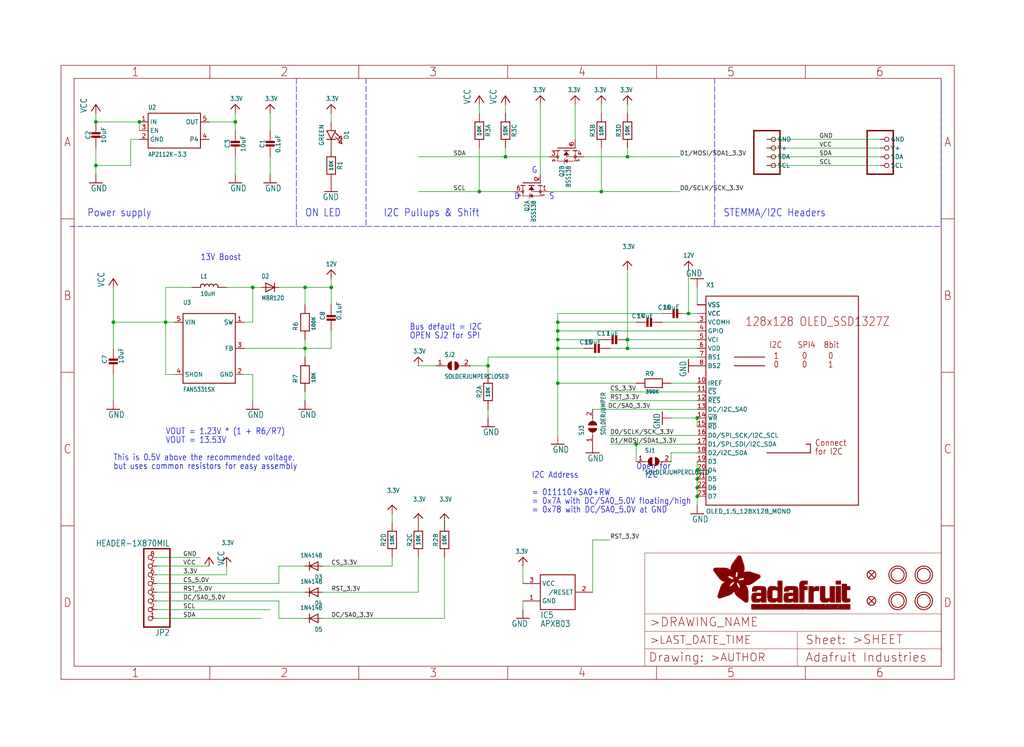
<source format=kicad_sch>
(kicad_sch (version 20211123) (generator eeschema)
  (paper "User" 298.45 217.881)
  (lib_symbols
    (symbol "eagleSchem-eagle-import:12V" (power)
      (property "Value" "12V" (at -1.524 1.016 0))
      (symbol "12V_1_0"
        (pin power_in line (at 0 -2.54 90) (length 2.54) (name "12V") (number "1"))
      )
    )
    (symbol "eagleSchem-eagle-import:3.3V" (power)
      (property "Value" "3.3V" (at -1.524 1.016 0))
      (symbol "3.3V_1_0"
        (pin power_in line (at 0 -2.54 90) (length 2.54) (name "3.3V") (number "1"))
      )
    )
    (symbol "eagleSchem-eagle-import:AXP083-SAG"
      (property "Reference" "IC" (at -5.08 -7.62 0))
      (property "Value" "AXP083-SAG" (at -5.08 -10.16 0))
      (symbol "AXP083-SAG_1_0"
        (pin power_in line (at -10.16 -2.54 0) (length 5.08) (name "GND") (number "1"))
        (pin output line (at 10.16 0 180) (length 5.08) (name "/RESET") (number "2"))
        (pin power_in line (at -10.16 2.54 0) (length 5.08) (name "VCC") (number "3"))
      )
    )
    (symbol "eagleSchem-eagle-import:CAP_CERAMIC0603_NO"
      (property "Reference" "C" (at -2.29 1.25 90))
      (property "Value" "CAP_CERAMIC0603_NO" (at 2.3 1.25 90))
      (symbol "CAP_CERAMIC0603_NO_1_0"
        (pin passive line (at 0 5.08 270) (length 2.54) (name "1") (number "1"))
        (pin passive line (at 0 -2.54 90) (length 2.54) (name "2") (number "2"))
      )
    )
    (symbol "eagleSchem-eagle-import:CAP_CERAMIC0805-NOOUTLINE"
      (property "Reference" "C" (at -2.29 1.25 90))
      (property "Value" "CAP_CERAMIC0805-NOOUTLINE" (at 2.3 1.25 90))
      (symbol "CAP_CERAMIC0805-NOOUTLINE_1_0"
        (pin passive line (at 0 5.08 270) (length 2.54) (name "1") (number "1"))
        (pin passive line (at 0 -2.54 90) (length 2.54) (name "2") (number "2"))
      )
    )
    (symbol "eagleSchem-eagle-import:DIODESOD-123"
      (property "Reference" "D" (at 0 2.54 0))
      (property "Value" "DIODESOD-123" (at 0 -2.5 0))
      (symbol "DIODESOD-123_1_0"
        (pin passive line (at -2.54 0 0) (length 2.54) (name "A") (number "A"))
        (pin passive line (at 2.54 0 180) (length 2.54) (name "C") (number "C"))
      )
    )
    (symbol "eagleSchem-eagle-import:DIODESOD-323"
      (property "Reference" "D" (at 0 2.54 0))
      (property "Value" "DIODESOD-323" (at 0 -2.5 0))
      (symbol "DIODESOD-323_1_0"
        (pin passive line (at -2.54 0 0) (length 2.54) (name "A") (number "A"))
        (pin passive line (at 2.54 0 180) (length 2.54) (name "C") (number "C"))
      )
    )
    (symbol "eagleSchem-eagle-import:FAN5331"
      (property "Reference" "U" (at -7.62 12.7 0))
      (property "Value" "FAN5331" (at -7.62 -12.7 0))
      (symbol "FAN5331_1_0"
        (pin bidirectional line (at 10.16 7.62 180) (length 2.54) (name "SW") (number "1"))
        (pin bidirectional line (at 10.16 -7.62 180) (length 2.54) (name "GND") (number "2"))
        (pin bidirectional line (at 10.16 0 180) (length 2.54) (name "FB") (number "3"))
        (pin bidirectional line (at -10.16 -7.62 0) (length 2.54) (name "SHDN") (number "4"))
        (pin bidirectional line (at -10.16 7.62 0) (length 2.54) (name "VIN") (number "5"))
      )
    )
    (symbol "eagleSchem-eagle-import:FIDUCIAL_1MM")
    (symbol "eagleSchem-eagle-import:FRAME_A4_ADAFRUIT"
      (symbol "FRAME_A4_ADAFRUIT_0_0"
        (text "1" (at 21.6958 1.905 0) (effects (font (size 2.54 2.286))))
        (text "1" (at 21.6958 177.165 0) (effects (font (size 2.54 2.286))))
        (text "2" (at 65.0875 1.905 0) (effects (font (size 2.54 2.286))))
        (text "2" (at 65.0875 177.165 0) (effects (font (size 2.54 2.286))))
        (text "3" (at 108.4792 1.905 0) (effects (font (size 2.54 2.286))))
        (text "3" (at 108.4792 177.165 0) (effects (font (size 2.54 2.286))))
        (text "4" (at 151.8708 1.905 0) (effects (font (size 2.54 2.286))))
        (text "4" (at 151.8708 177.165 0) (effects (font (size 2.54 2.286))))
        (text "5" (at 195.2625 1.905 0) (effects (font (size 2.54 2.286))))
        (text "5" (at 195.2625 177.165 0) (effects (font (size 2.54 2.286))))
        (text "6" (at 238.6542 1.905 0) (effects (font (size 2.54 2.286))))
        (text "6" (at 238.6542 177.165 0) (effects (font (size 2.54 2.286))))
        (text "A" (at 1.905 156.6863 0) (effects (font (size 2.54 2.286))))
        (text "A" (at 258.445 156.6863 0) (effects (font (size 2.54 2.286))))
        (text "B" (at 1.905 111.9188 0) (effects (font (size 2.54 2.286))))
        (text "B" (at 258.445 111.9188 0) (effects (font (size 2.54 2.286))))
        (text "C" (at 1.905 67.1513 0) (effects (font (size 2.54 2.286))))
        (text "C" (at 258.445 67.1513 0) (effects (font (size 2.54 2.286))))
        (text "D" (at 1.905 22.3838 0) (effects (font (size 2.54 2.286))))
        (text "D" (at 258.445 22.3838 0) (effects (font (size 2.54 2.286))))
      )
      (symbol "FRAME_A4_ADAFRUIT_1_0"
        (text ">AUTHOR" (at 189.23 5.08 0) (effects (font (size 2.286 2.286)) (justify left bottom)))
        (text ">DRAWING_NAME" (at 171.45 15.24 0) (effects (font (size 2.54 2.54)) (justify left bottom)))
        (text ">LAST_DATE_TIME" (at 171.45 10.16 0) (effects (font (size 2.286 2.286)) (justify left bottom)))
        (text ">SHEET" (at 230.505 10.16 0) (effects (font (size 2.54 2.54)) (justify left bottom)))
        (text "Adafruit Industries" (at 216.916 4.953 0) (effects (font (size 2.54 2.54)) (justify left bottom)))
        (text "Drawing:" (at 171.196 4.953 0) (effects (font (size 2.54 2.54)) (justify left bottom)))
        (text "Sheet:" (at 216.916 10.033 0) (effects (font (size 2.54 2.54)) (justify left bottom)))
      )
    )
    (symbol "eagleSchem-eagle-import:GND" (power)
      (property "Value" "GND" (at -2.54 -2.54 0))
      (symbol "GND_1_0"
        (pin power_in line (at 0 2.54 270) (length 2.54) (name "GND") (number "1"))
      )
    )
    (symbol "eagleSchem-eagle-import:HEADER-1X870MIL"
      (property "Reference" "JP" (at -6.35 13.335 0))
      (property "Value" "HEADER-1X870MIL" (at -6.35 -12.7 0))
      (symbol "HEADER-1X870MIL_1_0"
        (pin passive inverted (at -2.54 10.16 0) (length 2.54) (name "1") (number "1"))
        (pin passive inverted (at -2.54 7.62 0) (length 2.54) (name "2") (number "2"))
        (pin passive inverted (at -2.54 5.08 0) (length 2.54) (name "3") (number "3"))
        (pin passive inverted (at -2.54 2.54 0) (length 2.54) (name "4") (number "4"))
        (pin passive inverted (at -2.54 0 0) (length 2.54) (name "5") (number "5"))
        (pin passive inverted (at -2.54 -2.54 0) (length 2.54) (name "6") (number "6"))
        (pin passive inverted (at -2.54 -5.08 0) (length 2.54) (name "7") (number "7"))
        (pin passive inverted (at -2.54 -7.62 0) (length 2.54) (name "8") (number "8"))
      )
    )
    (symbol "eagleSchem-eagle-import:INDUCTOR"
      (property "Reference" "L" (at 0 2.54 0))
      (property "Value" "INDUCTOR" (at 0 -1.54 0))
      (symbol "INDUCTOR_1_0"
        (pin passive line (at -5.08 0 0) (length 2.54) (name "1") (number "P$1"))
        (pin passive line (at 5.08 0 180) (length 2.54) (name "2") (number "P$2"))
      )
    )
    (symbol "eagleSchem-eagle-import:LED0603_NOOUTLINE"
      (property "Reference" "D" (at -1.27 4.445 0))
      (property "Value" "LED0603_NOOUTLINE" (at -1.27 -2.794 0))
      (symbol "LED0603_NOOUTLINE_1_0"
        (pin passive line (at -5.08 0 0) (length 2.54) (name "A") (number "A"))
        (pin passive line (at 2.54 0 180) (length 2.54) (name "C") (number "C"))
      )
    )
    (symbol "eagleSchem-eagle-import:MOSFET-N_DUAL"
      (property "Reference" "Q" (at 5.08 0.635 0))
      (property "Value" "MOSFET-N_DUAL" (at 5.08 -1.27 0))
      (symbol "MOSFET-N_DUAL_1_0"
        (text "D" (at 3.175 3.175 0) (effects (font (size 0.8128 0.6908)) (justify left bottom)))
        (text "G" (at -1.27 -1.905 0) (effects (font (size 0.8128 0.6908)) (justify left bottom)))
        (text "S" (at 3.175 -3.81 0) (effects (font (size 0.8128 0.6908)) (justify left bottom)))
        (pin bidirectional line (at 2.54 -5.08 90) (length 2.54) (name "S") (number "1"))
        (pin bidirectional line (at -2.54 -2.54 0) (length 2.54) (name "G") (number "2"))
        (pin bidirectional line (at 2.54 5.08 270) (length 2.54) (name "D") (number "6"))
      )
      (symbol "MOSFET-N_DUAL_2_0"
        (text "D" (at 3.175 3.175 0) (effects (font (size 0.8128 0.6908)) (justify left bottom)))
        (text "G" (at -1.27 -1.905 0) (effects (font (size 0.8128 0.6908)) (justify left bottom)))
        (text "S" (at 3.175 -3.81 0) (effects (font (size 0.8128 0.6908)) (justify left bottom)))
        (pin bidirectional line (at 2.54 5.08 270) (length 2.54) (name "D") (number "3"))
        (pin bidirectional line (at 2.54 -5.08 90) (length 2.54) (name "S") (number "4"))
        (pin bidirectional line (at -2.54 -2.54 0) (length 2.54) (name "G") (number "5"))
      )
    )
    (symbol "eagleSchem-eagle-import:MOUNTINGHOLE2.5")
    (symbol "eagleSchem-eagle-import:OLED_1.5_128X128_MONO"
      (property "Reference" "X" (at -20.32 27.94 0))
      (property "Value" "OLED_1.5_128X128_MONO" (at -20.32 -38.1 0))
      (symbol "OLED_1.5_128X128_MONO_1_0"
        (text "0" (at -0.635 4.445 0) (effects (font (size 1.778 1.5113)) (justify left bottom)))
        (text "0" (at 7.62 4.445 0) (effects (font (size 1.778 1.5113)) (justify left bottom)))
        (text "0" (at 7.62 6.985 0) (effects (font (size 1.778 1.5113)) (justify left bottom)))
        (text "0" (at 15.24 6.985 0) (effects (font (size 1.778 1.5113)) (justify left bottom)))
        (text "1" (at -0.635 6.985 0) (effects (font (size 1.778 1.5113)) (justify left bottom)))
        (text "1" (at 15.24 4.445 0) (effects (font (size 1.778 1.5113)) (justify left bottom)))
        (text "128x128 OLED_SSD1327Z" (at -8.89 16.51 0) (effects (font (size 2.54 2.159)) (justify left bottom)))
        (text "8bit" (at 13.97 10.16 0) (effects (font (size 1.778 1.5113)) (justify left bottom)))
        (text "Connect" (at 11.43 -18.415 0) (effects (font (size 1.778 1.5113)) (justify left bottom)))
        (text "for I2C" (at 11.43 -20.955 0) (effects (font (size 1.778 1.5113)) (justify left bottom)))
        (text "I2C" (at -1.905 10.16 0) (effects (font (size 1.778 1.5113)) (justify left bottom)))
        (text "SPI4" (at 6.35 10.16 0) (effects (font (size 1.778 1.5113)) (justify left bottom)))
        (pin power_in line (at -22.86 22.86 0) (length 2.54) (name "VSS") (number "1"))
        (pin input line (at -22.86 0 0) (length 2.54) (name "IREF") (number "10"))
        (pin input line (at -22.86 -2.54 0) (length 2.54) (name "~{CS}") (number "11"))
        (pin input line (at -22.86 -5.08 0) (length 2.54) (name "~{RES}") (number "12"))
        (pin input line (at -22.86 -7.62 0) (length 2.54) (name "DC/I2C_SA0") (number "13"))
        (pin input line (at -22.86 -10.16 0) (length 2.54) (name "~{WR}") (number "14"))
        (pin input line (at -22.86 -12.7 0) (length 2.54) (name "~{RD}") (number "15"))
        (pin bidirectional line (at -22.86 -15.24 0) (length 2.54) (name "D0/SPI_SCK/I2C_SCL") (number "16"))
        (pin bidirectional line (at -22.86 -17.78 0) (length 2.54) (name "D1/SPI_SDI/I2C_SDA") (number "17"))
        (pin bidirectional line (at -22.86 -20.32 0) (length 2.54) (name "D2/I2C_SDA") (number "18"))
        (pin bidirectional line (at -22.86 -22.86 0) (length 2.54) (name "D3") (number "19"))
        (pin power_in line (at -22.86 20.32 0) (length 2.54) (name "VCC") (number "2"))
        (pin bidirectional line (at -22.86 -25.4 0) (length 2.54) (name "D4") (number "20"))
        (pin bidirectional line (at -22.86 -27.94 0) (length 2.54) (name "D5") (number "21"))
        (pin bidirectional line (at -22.86 -30.48 0) (length 2.54) (name "D6") (number "22"))
        (pin bidirectional line (at -22.86 -33.02 0) (length 2.54) (name "D7") (number "23"))
        (pin power_in line (at -22.86 20.32 0) (length 2.54) (name "VCC") (number "24"))
        (pin power_in line (at -22.86 22.86 0) (length 2.54) (name "VSS") (number "25"))
        (pin output line (at -22.86 17.78 0) (length 2.54) (name "VCOMH") (number "3"))
        (pin input line (at -22.86 15.24 0) (length 2.54) (name "GPIO") (number "4"))
        (pin power_in line (at -22.86 12.7 0) (length 2.54) (name "VCI") (number "5"))
        (pin power_in line (at -22.86 10.16 0) (length 2.54) (name "VDD") (number "6"))
        (pin input line (at -22.86 7.62 0) (length 2.54) (name "BS1") (number "7"))
        (pin input line (at -22.86 5.08 0) (length 2.54) (name "BS2") (number "8"))
        (pin power_in line (at -22.86 22.86 0) (length 2.54) (name "VSS") (number "9"))
      )
    )
    (symbol "eagleSchem-eagle-import:RESISTOR_0603_NOOUT"
      (property "Reference" "R" (at 0 2.54 0))
      (property "Value" "RESISTOR_0603_NOOUT" (at 0 0 0))
      (symbol "RESISTOR_0603_NOOUT_1_0"
        (pin passive line (at -5.08 0 0) (length 2.54) (name "1") (number "1"))
        (pin passive line (at 5.08 0 180) (length 2.54) (name "2") (number "2"))
      )
    )
    (symbol "eagleSchem-eagle-import:RESISTOR_4PACK"
      (property "Reference" "R" (at 0 2.54 0))
      (property "Value" "RESISTOR_4PACK" (at 0 0 0))
      (symbol "RESISTOR_4PACK_1_0"
        (pin passive line (at -5.08 0 0) (length 2.54) (name "1") (number "1"))
        (pin passive line (at 5.08 0 180) (length 2.54) (name "2") (number "8"))
      )
      (symbol "RESISTOR_4PACK_2_0"
        (pin passive line (at -5.08 0 0) (length 2.54) (name "1") (number "2"))
        (pin passive line (at 5.08 0 180) (length 2.54) (name "2") (number "7"))
      )
      (symbol "RESISTOR_4PACK_3_0"
        (pin passive line (at -5.08 0 0) (length 2.54) (name "1") (number "3"))
        (pin passive line (at 5.08 0 180) (length 2.54) (name "2") (number "6"))
      )
      (symbol "RESISTOR_4PACK_4_0"
        (pin passive line (at -5.08 0 0) (length 2.54) (name "1") (number "4"))
        (pin passive line (at 5.08 0 180) (length 2.54) (name "2") (number "5"))
      )
    )
    (symbol "eagleSchem-eagle-import:SOLDERJUMPER"
      (property "Reference" "SJ" (at -2.54 2.54 0))
      (property "Value" "SOLDERJUMPER" (at -2.54 -3.81 0))
      (symbol "SOLDERJUMPER_1_0"
        (pin passive line (at -5.08 0 0) (length 2.54) (name "1") (number "1"))
        (pin passive line (at 5.08 0 180) (length 2.54) (name "2") (number "2"))
      )
    )
    (symbol "eagleSchem-eagle-import:SOLDERJUMPERCLOSED"
      (property "Reference" "SJ" (at -2.54 2.54 0))
      (property "Value" "SOLDERJUMPERCLOSED" (at -2.54 -3.81 0))
      (symbol "SOLDERJUMPERCLOSED_1_0"
        (pin passive line (at -5.08 0 0) (length 2.54) (name "1") (number "1"))
        (pin passive line (at 5.08 0 180) (length 2.54) (name "2") (number "2"))
      )
    )
    (symbol "eagleSchem-eagle-import:STEMMA_I2C_QT"
      (symbol "STEMMA_I2C_QT_1_0"
        (pin passive inverted (at 0 5.08 0) (length 2.54) (name "GND") (number "1"))
        (pin passive inverted (at 0 2.54 0) (length 2.54) (name "V+") (number "2"))
        (pin passive inverted (at 0 0 0) (length 2.54) (name "SDA") (number "3"))
        (pin passive inverted (at 0 -2.54 0) (length 2.54) (name "SCL") (number "4"))
      )
      (symbol "STEMMA_I2C_QT_2_0"
        (pin bidirectional line (at 0 0 0) (length 5.08) (name "MT") (number "MT1"))
      )
      (symbol "STEMMA_I2C_QT_3_0"
        (pin bidirectional line (at 0 0 0) (length 5.08) (name "MT") (number "MT2"))
      )
    )
    (symbol "eagleSchem-eagle-import:VCC" (power)
      (property "Value" "VCC" (at -2.54 -2.54 90))
      (symbol "VCC_1_0"
        (pin power_in line (at 0 -2.54 90) (length 2.54) (name "VCC") (number "1"))
      )
    )
    (symbol "eagleSchem-eagle-import:VREG_SOT23-5"
      (property "Reference" "U" (at -7.62 6.096 0))
      (property "Value" "VREG_SOT23-5" (at -7.62 -7.62 0))
      (symbol "VREG_SOT23-5_1_0"
        (pin power_in line (at -10.16 2.54 0) (length 2.54) (name "IN") (number "1"))
        (pin power_in line (at -10.16 -2.54 0) (length 2.54) (name "GND") (number "2"))
        (pin input line (at -10.16 0 0) (length 2.54) (name "EN") (number "3"))
        (pin bidirectional line (at 10.16 -2.54 180) (length 2.54) (name "P4") (number "4"))
        (pin power_in line (at 10.16 2.54 180) (length 2.54) (name "OUT") (number "5"))
      )
    )
  )
  (junction (at 162.56 96.52))
  (junction (at 162.56 101.6))
  (junction (at 175.26 55.88))
  (junction (at 147.32 45.72))
  (junction (at 33.02 93.98))
  (junction (at 142.24 106.68))
  (junction (at 27.94 48.26))
  (junction (at 185.42 129.54))
  (junction (at 48.26 93.98))
  (junction (at 40.64 35.56))
  (junction (at 162.56 99.06))
  (junction (at 203.2 139.7))
  (junction (at 139.7 55.88))
  (junction (at 88.9 101.6))
  (junction (at 68.58 35.56))
  (junction (at 27.94 35.56))
  (junction (at 203.2 142.24))
  (junction (at 182.88 101.6))
  (junction (at 203.2 121.92))
  (junction (at 203.2 137.16))
  (junction (at 182.88 99.06))
  (junction (at 203.2 144.78))
  (junction (at 96.52 83.82))
  (junction (at 162.56 111.76))
  (junction (at 88.9 83.82))
  (junction (at 182.88 45.72))
  (junction (at 200.66 91.44))
  (junction (at 73.66 83.82))
  (junction (at 162.56 93.98))
  (wire (pts (xy 93.98 180.34) (xy 129.54 180.34)))
  (wire (pts (xy 162.56 96.52) (xy 162.56 99.06)))
  (wire (pts (xy 38.1 40.64) (xy 38.1 48.26)))
  (wire (pts (xy 147.32 45.72) (xy 121.92 45.72)))
  (polyline (pts (xy 106.68 22.86) (xy 106.68 66.04)))
  (wire (pts (xy 175.26 99.06) (xy 162.56 99.06)))
  (wire (pts (xy 73.66 83.82) (xy 73.66 93.98)))
  (wire (pts (xy 33.02 93.98) (xy 33.02 83.82)))
  (wire (pts (xy 185.42 129.54) (xy 177.8 129.54)))
  (wire (pts (xy 88.9 101.6) (xy 96.52 101.6)))
  (wire (pts (xy 223.52 48.26) (xy 256.54 48.26)))
  (wire (pts (xy 182.88 33.02) (xy 182.88 30.48)))
  (wire (pts (xy 121.92 172.72) (xy 121.92 162.56)))
  (wire (pts (xy 45.72 170.18) (xy 81.28 170.18)))
  (wire (pts (xy 66.04 83.82) (xy 73.66 83.82)))
  (wire (pts (xy 45.72 162.56) (xy 58.42 162.56)))
  (wire (pts (xy 147.32 33.02) (xy 147.32 30.48)))
  (wire (pts (xy 88.9 114.3) (xy 88.9 116.84)))
  (polyline (pts (xy 86.36 66.04) (xy 106.68 66.04)))
  (wire (pts (xy 203.2 116.84) (xy 177.8 116.84)))
  (wire (pts (xy 96.52 35.56) (xy 96.52 33.02)))
  (wire (pts (xy 40.64 40.64) (xy 38.1 40.64)))
  (wire (pts (xy 182.88 78.74) (xy 182.88 99.06)))
  (wire (pts (xy 162.56 96.52) (xy 162.56 93.98)))
  (polyline (pts (xy 208.28 66.04) (xy 274.32 66.04)))
  (wire (pts (xy 66.04 167.64) (xy 66.04 165.1)))
  (wire (pts (xy 203.2 96.52) (xy 162.56 96.52)))
  (wire (pts (xy 152.4 170.18) (xy 152.4 165.1)))
  (wire (pts (xy 185.42 93.98) (xy 162.56 93.98)))
  (wire (pts (xy 93.98 165.1) (xy 114.3 165.1)))
  (wire (pts (xy 157.48 50.8) (xy 157.48 30.48)))
  (wire (pts (xy 170.18 45.72) (xy 182.88 45.72)))
  (wire (pts (xy 170.18 101.6) (xy 162.56 101.6)))
  (wire (pts (xy 142.24 121.92) (xy 142.24 119.38)))
  (wire (pts (xy 88.9 83.82) (xy 88.9 88.9)))
  (wire (pts (xy 71.12 109.22) (xy 73.66 109.22)))
  (wire (pts (xy 40.64 38.1) (xy 40.64 35.56)))
  (wire (pts (xy 48.26 93.98) (xy 48.26 83.82)))
  (wire (pts (xy 147.32 43.18) (xy 147.32 45.72)))
  (wire (pts (xy 200.66 78.74) (xy 200.66 91.44)))
  (wire (pts (xy 81.28 83.82) (xy 88.9 83.82)))
  (wire (pts (xy 78.74 33.02) (xy 78.74 38.1)))
  (wire (pts (xy 142.24 106.68) (xy 142.24 109.22)))
  (wire (pts (xy 152.4 175.26) (xy 152.4 177.8)))
  (wire (pts (xy 182.88 43.18) (xy 182.88 45.72)))
  (wire (pts (xy 172.72 172.72) (xy 172.72 157.48)))
  (polyline (pts (xy 208.28 22.86) (xy 208.28 66.04)))
  (wire (pts (xy 139.7 30.48) (xy 139.7 33.02)))
  (wire (pts (xy 203.2 134.62) (xy 203.2 137.16)))
  (wire (pts (xy 203.2 114.3) (xy 177.8 114.3)))
  (wire (pts (xy 73.66 83.82) (xy 76.2 83.82)))
  (wire (pts (xy 81.28 175.26) (xy 81.28 180.34)))
  (wire (pts (xy 50.8 93.98) (xy 48.26 93.98)))
  (wire (pts (xy 175.26 33.02) (xy 175.26 30.48)))
  (wire (pts (xy 45.72 172.72) (xy 88.9 172.72)))
  (wire (pts (xy 81.28 170.18) (xy 81.28 165.1)))
  (wire (pts (xy 142.24 104.14) (xy 203.2 104.14)))
  (wire (pts (xy 160.02 45.72) (xy 147.32 45.72)))
  (wire (pts (xy 203.2 101.6) (xy 182.88 101.6)))
  (wire (pts (xy 38.1 48.26) (xy 27.94 48.26)))
  (wire (pts (xy 68.58 45.72) (xy 68.58 50.8)))
  (wire (pts (xy 256.54 45.72) (xy 223.52 45.72)))
  (wire (pts (xy 45.72 165.1) (xy 60.96 165.1)))
  (wire (pts (xy 73.66 93.98) (xy 71.12 93.98)))
  (wire (pts (xy 88.9 104.14) (xy 88.9 101.6)))
  (wire (pts (xy 162.56 93.98) (xy 162.56 91.44)))
  (wire (pts (xy 68.58 35.56) (xy 68.58 33.02)))
  (wire (pts (xy 203.2 99.06) (xy 182.88 99.06)))
  (wire (pts (xy 203.2 91.44) (xy 200.66 91.44)))
  (wire (pts (xy 40.64 35.56) (xy 27.94 35.56)))
  (wire (pts (xy 88.9 83.82) (xy 96.52 83.82)))
  (wire (pts (xy 45.72 177.8) (xy 78.74 177.8)))
  (wire (pts (xy 203.2 137.16) (xy 203.2 139.7)))
  (wire (pts (xy 88.9 101.6) (xy 88.9 99.06)))
  (wire (pts (xy 256.54 40.64) (xy 223.52 40.64)))
  (wire (pts (xy 48.26 93.98) (xy 33.02 93.98)))
  (wire (pts (xy 167.64 40.64) (xy 167.64 30.48)))
  (wire (pts (xy 172.72 157.48) (xy 177.8 157.48)))
  (wire (pts (xy 203.2 121.92) (xy 195.58 121.92)))
  (wire (pts (xy 71.12 101.6) (xy 88.9 101.6)))
  (wire (pts (xy 203.2 127) (xy 177.8 127)))
  (wire (pts (xy 60.96 35.56) (xy 68.58 35.56)))
  (wire (pts (xy 203.2 132.08) (xy 195.58 132.08)))
  (wire (pts (xy 195.58 132.08) (xy 195.58 134.62)))
  (wire (pts (xy 203.2 139.7) (xy 203.2 142.24)))
  (wire (pts (xy 27.94 33.02) (xy 27.94 35.56)))
  (wire (pts (xy 96.52 88.9) (xy 96.52 83.82)))
  (wire (pts (xy 68.58 35.56) (xy 68.58 38.1)))
  (wire (pts (xy 203.2 144.78) (xy 203.2 147.32)))
  (polyline (pts (xy 274.32 22.86) (xy 274.32 66.04)))
  (wire (pts (xy 114.3 149.86) (xy 114.3 152.4)))
  (wire (pts (xy 27.94 48.26) (xy 27.94 50.8)))
  (wire (pts (xy 162.56 111.76) (xy 185.42 111.76)))
  (wire (pts (xy 160.02 55.88) (xy 175.26 55.88)))
  (wire (pts (xy 203.2 93.98) (xy 193.04 93.98)))
  (wire (pts (xy 96.52 101.6) (xy 96.52 96.52)))
  (wire (pts (xy 182.88 101.6) (xy 177.8 101.6)))
  (wire (pts (xy 33.02 109.22) (xy 33.02 116.84)))
  (wire (pts (xy 78.74 45.72) (xy 78.74 50.8)))
  (wire (pts (xy 193.04 91.44) (xy 162.56 91.44)))
  (wire (pts (xy 127 106.68) (xy 121.92 106.68)))
  (wire (pts (xy 142.24 104.14) (xy 142.24 106.68)))
  (wire (pts (xy 223.52 43.18) (xy 256.54 43.18)))
  (polyline (pts (xy 106.68 66.04) (xy 208.28 66.04)))
  (wire (pts (xy 182.88 101.6) (xy 182.88 99.06)))
  (wire (pts (xy 93.98 172.72) (xy 121.92 172.72)))
  (wire (pts (xy 203.2 129.54) (xy 185.42 129.54)))
  (wire (pts (xy 182.88 45.72) (xy 198.12 45.72)))
  (polyline (pts (xy 20.32 66.04) (xy 86.36 66.04)))
  (wire (pts (xy 50.8 109.22) (xy 48.26 109.22)))
  (wire (pts (xy 48.26 109.22) (xy 48.26 93.98)))
  (wire (pts (xy 203.2 121.92) (xy 203.2 124.46)))
  (wire (pts (xy 175.26 55.88) (xy 198.12 55.88)))
  (wire (pts (xy 185.42 134.62) (xy 185.42 129.54)))
  (wire (pts (xy 149.86 55.88) (xy 139.7 55.88)))
  (wire (pts (xy 45.72 167.64) (xy 66.04 167.64)))
  (wire (pts (xy 129.54 180.34) (xy 129.54 162.56)))
  (wire (pts (xy 203.2 119.38) (xy 172.72 119.38)))
  (wire (pts (xy 137.16 106.68) (xy 142.24 106.68)))
  (wire (pts (xy 81.28 165.1) (xy 88.9 165.1)))
  (wire (pts (xy 27.94 48.26) (xy 27.94 43.18)))
  (polyline (pts (xy 86.36 22.86) (xy 86.36 66.04)))
  (wire (pts (xy 139.7 55.88) (xy 121.92 55.88)))
  (wire (pts (xy 203.2 88.9) (xy 203.2 83.82)))
  (wire (pts (xy 203.2 111.76) (xy 195.58 111.76)))
  (wire (pts (xy 162.56 101.6) (xy 162.56 111.76)))
  (wire (pts (xy 114.3 165.1) (xy 114.3 162.56)))
  (wire (pts (xy 45.72 180.34) (xy 76.2 180.34)))
  (wire (pts (xy 96.52 81.28) (xy 96.52 83.82)))
  (wire (pts (xy 162.56 99.06) (xy 162.56 101.6)))
  (wire (pts (xy 81.28 180.34) (xy 88.9 180.34)))
  (wire (pts (xy 73.66 109.22) (xy 73.66 116.84)))
  (wire (pts (xy 33.02 93.98) (xy 33.02 101.6)))
  (wire (pts (xy 45.72 175.26) (xy 81.28 175.26)))
  (wire (pts (xy 162.56 111.76) (xy 162.56 127)))
  (wire (pts (xy 203.2 142.24) (xy 203.2 144.78)))
  (wire (pts (xy 139.7 43.18) (xy 139.7 55.88)))
  (wire (pts (xy 48.26 83.82) (xy 55.88 83.82)))
  (wire (pts (xy 175.26 43.18) (xy 175.26 55.88)))
  (text "OPEN SJ2 for SPI" (at 119.38 99.06 180) (effects (font (size 1.778 1.5113)) (justify left bottom)))
  (text "G" (at 154.94 50.8 180) (effects (font (size 1.778 1.5113)) (justify left bottom)))
  (text "= 011110+SA0+RW" (at 154.94 144.78 180) (effects (font (size 1.778 1.5113)) (justify left bottom)))
  (text "I2C Pullups & Shift" (at 111.76 63.5 180) (effects (font (size 2.1844 1.8567)) (justify left bottom)))
  (text "= 0x78 with DC/SA0_5.0V at GND" (at 154.94 149.86 180) (effects (font (size 1.778 1.5113)) (justify left bottom)))
  (text "STEMMA/I2C Headers" (at 210.82 63.5 180) (effects (font (size 2.1844 1.8567)) (justify left bottom)))
  (text "D" (at 149.86 58.42 180) (effects (font (size 1.778 1.5113)) (justify left bottom)))
  (text "Open for" (at 185.42 137.16 180) (effects (font (size 1.778 1.5113)) (justify left bottom)))
  (text "S" (at 160.02 58.42 180) (effects (font (size 1.778 1.5113)) (justify left bottom)))
  (text "13V Boost" (at 58.42 76.2 180) (effects (font (size 1.778 1.5113)) (justify left bottom)))
  (text "Power supply" (at 25.4 63.5 180) (effects (font (size 2.1844 1.8567)) (justify left bottom)))
  (text "VOUT = 1.23V * (1 + R6/R7)" (at 48.26 127 180) (effects (font (size 1.778 1.5113)) (justify left bottom)))
  (text "This is 0.5V above the recommended voltage," (at 33.02 134.62 180) (effects (font (size 1.778 1.5113)) (justify left bottom)))
  (text "I2C" (at 187.96 139.7 180) (effects (font (size 1.778 1.5113)) (justify left bottom)))
  (text "VOUT = 13.53V" (at 48.26 129.54 180) (effects (font (size 1.778 1.5113)) (justify left bottom)))
  (text "but uses common resistors for easy assembly" (at 33.02 137.16 180) (effects (font (size 1.778 1.5113)) (justify left bottom)))
  (text "ON LED" (at 88.9 63.5 180) (effects (font (size 2.1844 1.8567)) (justify left bottom)))
  (text "I2C Address" (at 154.94 139.7 180) (effects (font (size 1.778 1.5113)) (justify left bottom)))
  (text "Bus default = I2C" (at 119.38 96.52 180) (effects (font (size 1.778 1.5113)) (justify left bottom)))
  (text "= 0x7A with DC/SA0_5.0V floating/high" (at 154.94 147.32 180) (effects (font (size 1.778 1.5113)) (justify left bottom)))
  (label "RST_3.3V" (at 177.8 116.84 0) (effects (font (size 1.2446 1.2446))))
  (label "SCL" (at 53.34 177.8 0) (effects (font (size 1.2446 1.2446))))
  (label "D0/SCLK/SCK_3.3V" (at 177.8 127 0) (effects (font (size 1.2446 1.2446))))
  (label "RST_3.3V" (at 96.52 172.72 0) (effects (font (size 1.2446 1.2446))))
  (label "D0/SCLK/SCK_3.3V" (at 198.12 55.88 0) (effects (font (size 1.2446 1.2446))))
  (label "SCL" (at 132.08 55.88 0) (effects (font (size 1.2446 1.2446))))
  (label "D1/MOSI/SDA1_3.3V" (at 177.8 129.54 0) (effects (font (size 1.2446 1.2446))))
  (label "GND" (at 53.34 162.56 0) (effects (font (size 1.2446 1.2446))))
  (label "CS_3.3V" (at 96.52 165.1 0) (effects (font (size 1.2446 1.2446))))
  (label "SDA" (at 238.76 45.72 0) (effects (font (size 1.2446 1.2446))))
  (label "DC/SA0_5.0V" (at 53.34 175.26 0) (effects (font (size 1.2446 1.2446))))
  (label "GND" (at 238.76 40.64 0) (effects (font (size 1.2446 1.2446))))
  (label "RST_5.0V" (at 53.34 172.72 0) (effects (font (size 1.2446 1.2446))))
  (label "SCL" (at 238.76 48.26 0) (effects (font (size 1.2446 1.2446))))
  (label "VCC" (at 238.76 43.18 0) (effects (font (size 1.2446 1.2446))))
  (label "D1/MOSI/SDA1_3.3V" (at 198.12 45.72 0) (effects (font (size 1.2446 1.2446))))
  (label "DC/SA0_3.3V" (at 177.165 119.38 0) (effects (font (size 1.2446 1.2446))))
  (label "VCC" (at 53.34 165.1 0) (effects (font (size 1.2446 1.2446))))
  (label "CS_5.0V" (at 53.34 170.18 0) (effects (font (size 1.2446 1.2446))))
  (label "DC/SA0_3.3V" (at 96.52 180.34 0) (effects (font (size 1.2446 1.2446))))
  (label "SDA" (at 53.34 180.34 0) (effects (font (size 1.2446 1.2446))))
  (label "CS_3.3V" (at 177.8 114.3 0) (effects (font (size 1.2446 1.2446))))
  (label "3.3V" (at 53.34 167.64 0) (effects (font (size 1.2446 1.2446))))
  (label "SDA" (at 132.08 45.72 0) (effects (font (size 1.2446 1.2446))))
  (label "RST_3.3V" (at 177.8 157.48 0) (effects (font (size 1.2446 1.2446))))
  (symbol (lib_id "eagleSchem-eagle-import:12V") (at 96.52 78.74 0) (unit 1)
    (property "Reference" "#U$32" (effects hide))
    (property "Value" "12V" (at 94.996 77.724 0) (effects (font (size 1.27 1.0795)) (justify left bottom)))
    (property "Footprint" "eagleSchem:" (effects hide))
  )
  (symbol (lib_id "eagleSchem-eagle-import:12V") (at 200.66 76.2 0) (unit 1)
    (property "Reference" "#U$9" (effects hide))
    (property "Value" "12V" (at 199.136 75.184 0) (effects (font (size 1.27 1.0795)) (justify left bottom)))
    (property "Footprint" "eagleSchem:" (effects hide))
  )
  (symbol (lib_id "eagleSchem-eagle-import:OLED_1.5_128X128_MONO") (at 226.06 111.76 0) (unit 1)
    (property "Reference" "X1" (at 205.74 83.82 0) (effects (justify left bottom)))
    (property "Value" "OLED_1.5_128X128_MONO" (at 205.74 149.86 0) (effects (justify left bottom)))
    (property "Footprint" "eagleSchem:OLED_1.5IN_128X128MONO" (effects hide))
  )
  (symbol (lib_id "eagleSchem-eagle-import:3.3V") (at 182.88 76.2 0) (unit 1)
    (property "Reference" "#U$46" (effects hide))
    (property "Value" "3.3V" (at 181.356 72.644 0) (effects (font (size 1.27 1.0795)) (justify left bottom)))
    (property "Footprint" "eagleSchem:" (effects hide))
  )
  (symbol (lib_id "eagleSchem-eagle-import:3.3V") (at 78.74 30.48 0) (unit 1)
    (property "Reference" "#U$14" (effects hide))
    (property "Value" "3.3V" (at 77.216 29.464 0) (effects (font (size 1.27 1.0795)) (justify left bottom)))
    (property "Footprint" "eagleSchem:" (effects hide))
  )
  (symbol (lib_id "eagleSchem-eagle-import:GND") (at 152.4 180.34 0) (mirror y) (unit 1)
    (property "Reference" "#U$2" (effects hide))
    (property "Value" "GND" (at 153.924 182.88 0) (effects (font (size 1.778 1.5113)) (justify left bottom)))
    (property "Footprint" "eagleSchem:" (effects hide))
  )
  (symbol (lib_id "eagleSchem-eagle-import:3.3V") (at 152.4 162.56 0) (mirror y) (unit 1)
    (property "Reference" "#U$11" (effects hide))
    (property "Value" "3.3V" (at 153.924 161.544 0) (effects (font (size 1.27 1.0795)) (justify left bottom)))
    (property "Footprint" "eagleSchem:" (effects hide))
  )
  (symbol (lib_id "eagleSchem-eagle-import:RESISTOR_4PACK") (at 114.3 157.48 90) (unit 4)
    (property "Reference" "R2" (at 111.76 157.48 0))
    (property "Value" "10K" (at 114.3 157.48 0) (effects (font (size 1.016 1.016) bold)))
    (property "Footprint" "eagleSchem:RESPACK_4X0603" (effects hide))
  )
  (symbol (lib_id "eagleSchem-eagle-import:DIODESOD-123") (at 78.74 83.82 0) (unit 1)
    (property "Reference" "D2" (at 76.2 81.28 0) (effects (font (size 1.27 1.0795)) (justify left bottom)))
    (property "Value" "MBR120" (at 76.2 87.63 0) (effects (font (size 1.27 1.0795)) (justify left bottom)))
    (property "Footprint" "eagleSchem:SOD-123" (effects hide))
  )
  (symbol (lib_id "eagleSchem-eagle-import:FAN5331") (at 60.96 101.6 0) (unit 1)
    (property "Reference" "U3" (at 53.34 88.9 0) (effects (font (size 1.27 1.0795)) (justify left bottom)))
    (property "Value" "FAN5331SX" (at 53.34 114.3 0) (effects (font (size 1.27 1.0795)) (justify left bottom)))
    (property "Footprint" "eagleSchem:SOT23-5@1" (effects hide))
  )
  (symbol (lib_id "eagleSchem-eagle-import:CAP_CERAMIC0805-NOOUTLINE") (at 33.02 106.68 0) (unit 1)
    (property "Reference" "C7" (at 31.23 106.14 90) (effects (justify left bottom)))
    (property "Value" "10uF" (at 36.02 106.14 90) (effects (justify left bottom)))
    (property "Footprint" "eagleSchem:0805-NO" (effects hide))
  )
  (symbol (lib_id "eagleSchem-eagle-import:CAP_CERAMIC0805-NOOUTLINE") (at 68.58 43.18 0) (unit 1)
    (property "Reference" "C3" (at 66.29 41.93 90))
    (property "Value" "10uF" (at 70.88 41.93 90))
    (property "Footprint" "eagleSchem:0805-NO" (effects hide))
  )
  (symbol (lib_id "eagleSchem-eagle-import:STEMMA_I2C_QT") (at 256.54 45.72 0) (unit 1)
    (property "Reference" "CONN4" (effects hide))
    (property "Value" "STEMMA_I2C_QT" (effects hide))
    (property "Footprint" "eagleSchem:JST_SH4" (effects hide))
  )
  (symbol (lib_id "eagleSchem-eagle-import:FIDUCIAL_1MM") (at 254 167.64 0) (unit 1)
    (property "Reference" "FID4" (effects hide))
    (property "Value" "FIDUCIAL_1MM" (effects hide))
    (property "Footprint" "eagleSchem:FIDUCIAL_1MM" (effects hide))
  )
  (symbol (lib_id "eagleSchem-eagle-import:RESISTOR_4PACK") (at 139.7 38.1 270) (unit 1)
    (property "Reference" "R3" (at 142.24 38.1 0))
    (property "Value" "10K" (at 139.7 38.1 0) (effects (font (size 1.016 1.016) bold)))
    (property "Footprint" "eagleSchem:RESPACK_4X0603" (effects hide))
  )
  (symbol (lib_id "eagleSchem-eagle-import:3.3V") (at 96.52 30.48 0) (unit 1)
    (property "Reference" "#U$3" (effects hide))
    (property "Value" "3.3V" (at 94.996 29.464 0) (effects (font (size 1.27 1.0795)) (justify left bottom)))
    (property "Footprint" "eagleSchem:" (effects hide))
  )
  (symbol (lib_id "eagleSchem-eagle-import:CAP_CERAMIC0603_NO") (at 96.52 93.98 0) (unit 1)
    (property "Reference" "C8" (at 94.73 93.44 90) (effects (justify left bottom)))
    (property "Value" "0.1uF" (at 99.52 93.44 90) (effects (justify left bottom)))
    (property "Footprint" "eagleSchem:0603-NO" (effects hide))
  )
  (symbol (lib_id "eagleSchem-eagle-import:RESISTOR_0603_NOOUT") (at 190.5 111.76 0) (unit 1)
    (property "Reference" "R9" (at 187.96 109.728 0) (effects (justify left bottom)))
    (property "Value" "390K" (at 187.96 114.935 0) (effects (font (size 1.016 1.016) bold) (justify left bottom)))
    (property "Footprint" "eagleSchem:0603-NO" (effects hide))
  )
  (symbol (lib_id "eagleSchem-eagle-import:CAP_CERAMIC0603_NO") (at 180.34 99.06 90) (unit 1)
    (property "Reference" "C17" (at 177.8 96.52 90) (effects (justify left bottom)))
    (property "Value" "1uF" (at 180.34 96.52 90) (effects (justify left bottom)))
    (property "Footprint" "eagleSchem:0603-NO" (effects hide))
  )
  (symbol (lib_id "eagleSchem-eagle-import:RESISTOR_4PACK") (at 182.88 38.1 90) (mirror x) (unit 4)
    (property "Reference" "R3" (at 180.34 38.1 0))
    (property "Value" "10K" (at 182.88 38.1 0) (effects (font (size 1.016 1.016) bold)))
    (property "Footprint" "eagleSchem:RESPACK_4X0603" (effects hide))
  )
  (symbol (lib_id "eagleSchem-eagle-import:LED0603_NOOUTLINE") (at 96.52 40.64 270) (unit 1)
    (property "Reference" "D1" (at 100.965 39.37 0))
    (property "Value" "GREEN" (at 93.726 39.37 0))
    (property "Footprint" "eagleSchem:CHIPLED_0603_NOOUTLINE" (effects hide))
  )
  (symbol (lib_id "eagleSchem-eagle-import:MOUNTINGHOLE2.5") (at 269.24 167.64 0) (unit 1)
    (property "Reference" "U$19" (effects hide))
    (property "Value" "MOUNTINGHOLE2.5" (effects hide))
    (property "Footprint" "eagleSchem:MOUNTINGHOLE_2.5_PLATED" (effects hide))
  )
  (symbol (lib_id "eagleSchem-eagle-import:CAP_CERAMIC0805-NOOUTLINE") (at 190.5 93.98 90) (unit 1)
    (property "Reference" "C14" (at 187.96 91.44 90) (effects (justify left bottom)))
    (property "Value" "10uF" (at 190.5 91.44 90) (effects (justify left bottom)))
    (property "Footprint" "eagleSchem:0805-NO" (effects hide))
  )
  (symbol (lib_id "eagleSchem-eagle-import:RESISTOR_4PACK") (at 175.26 38.1 90) (mirror x) (unit 2)
    (property "Reference" "R3" (at 172.72 38.1 0))
    (property "Value" "10K" (at 175.26 38.1 0) (effects (font (size 1.016 1.016) bold)))
    (property "Footprint" "eagleSchem:RESPACK_4X0603" (effects hide))
  )
  (symbol (lib_id "eagleSchem-eagle-import:GND") (at 27.94 53.34 0) (unit 1)
    (property "Reference" "#U$13" (effects hide))
    (property "Value" "GND" (at 26.416 55.88 0) (effects (font (size 1.778 1.5113)) (justify left bottom)))
    (property "Footprint" "eagleSchem:" (effects hide))
  )
  (symbol (lib_id "eagleSchem-eagle-import:RESISTOR_0603_NOOUT") (at 96.52 48.26 270) (unit 1)
    (property "Reference" "R1" (at 99.06 48.26 0))
    (property "Value" "10K" (at 96.52 48.26 0) (effects (font (size 1.016 1.016) bold)))
    (property "Footprint" "eagleSchem:0603-NO" (effects hide))
  )
  (symbol (lib_id "eagleSchem-eagle-import:SOLDERJUMPERCLOSED") (at 190.5 134.62 0) (unit 1)
    (property "Reference" "SJ1" (at 187.96 132.08 0) (effects (font (size 1.27 1.0795)) (justify left bottom)))
    (property "Value" "SOLDERJUMPERCLOSED" (at 187.96 138.43 0) (effects (font (size 1.27 1.0795)) (justify left bottom)))
    (property "Footprint" "eagleSchem:SOLDERJUMPER_CLOSEDWIRE" (effects hide))
  )
  (symbol (lib_id "eagleSchem-eagle-import:3.3V") (at 167.64 27.94 0) (mirror y) (unit 1)
    (property "Reference" "#U$23" (effects hide))
    (property "Value" "3.3V" (at 169.164 26.924 0) (effects (font (size 1.27 1.0795)) (justify left bottom)))
    (property "Footprint" "eagleSchem:" (effects hide))
  )
  (symbol (lib_id "eagleSchem-eagle-import:3.3V") (at 129.54 149.86 0) (unit 1)
    (property "Reference" "#U$39" (effects hide))
    (property "Value" "3.3V" (at 128.016 146.304 0) (effects (font (size 1.27 1.0795)) (justify left bottom)))
    (property "Footprint" "eagleSchem:" (effects hide))
  )
  (symbol (lib_id "eagleSchem-eagle-import:SOLDERJUMPERCLOSED") (at 132.08 106.68 0) (unit 1)
    (property "Reference" "SJ2" (at 129.54 104.14 0) (effects (font (size 1.27 1.0795)) (justify left bottom)))
    (property "Value" "SOLDERJUMPERCLOSED" (at 129.54 110.49 0) (effects (font (size 1.27 1.0795)) (justify left bottom)))
    (property "Footprint" "eagleSchem:SOLDERJUMPER_CLOSEDWIRE" (effects hide))
  )
  (symbol (lib_id "eagleSchem-eagle-import:VCC") (at 27.94 30.48 0) (unit 1)
    (property "Reference" "#P+3" (effects hide))
    (property "Value" "VCC" (at 25.4 33.02 90) (effects (font (size 1.778 1.5113)) (justify left bottom)))
    (property "Footprint" "eagleSchem:" (effects hide))
  )
  (symbol (lib_id "eagleSchem-eagle-import:RESISTOR_4PACK") (at 147.32 38.1 270) (unit 3)
    (property "Reference" "R3" (at 149.86 38.1 0))
    (property "Value" "10K" (at 147.32 38.1 0) (effects (font (size 1.016 1.016) bold)))
    (property "Footprint" "eagleSchem:RESPACK_4X0603" (effects hide))
  )
  (symbol (lib_id "eagleSchem-eagle-import:CAP_CERAMIC0805-NOOUTLINE") (at 175.26 101.6 90) (unit 1)
    (property "Reference" "C15" (at 172.72 99.06 90) (effects (justify left bottom)))
    (property "Value" "10uF" (at 175.26 99.06 90) (effects (justify left bottom)))
    (property "Footprint" "eagleSchem:0805-NO" (effects hide))
  )
  (symbol (lib_id "eagleSchem-eagle-import:AXP083-SAG") (at 162.56 172.72 0) (unit 1)
    (property "Reference" "IC5" (at 157.48 180.34 0) (effects (font (size 1.778 1.5113)) (justify left bottom)))
    (property "Value" "APX803" (at 157.48 182.88 0) (effects (font (size 1.778 1.5113)) (justify left bottom)))
    (property "Footprint" "eagleSchem:SOT23" (effects hide))
  )
  (symbol (lib_id "eagleSchem-eagle-import:INDUCTOR") (at 60.96 83.82 0) (unit 1)
    (property "Reference" "L1" (at 58.42 81.28 0) (effects (font (size 1.27 1.0795)) (justify left bottom)))
    (property "Value" "10uH" (at 58.42 86.36 0) (effects (font (size 1.27 1.0795)) (justify left bottom)))
    (property "Footprint" "eagleSchem:INDUCTOR_1007" (effects hide))
  )
  (symbol (lib_id "eagleSchem-eagle-import:CAP_CERAMIC0603_NO") (at 78.74 43.18 0) (unit 1)
    (property "Reference" "C1" (at 76.45 41.93 90))
    (property "Value" "0.1uF" (at 81.04 41.93 90))
    (property "Footprint" "eagleSchem:0603-NO" (effects hide))
  )
  (symbol (lib_id "eagleSchem-eagle-import:MOUNTINGHOLE2.5") (at 261.62 167.64 0) (unit 1)
    (property "Reference" "U$17" (effects hide))
    (property "Value" "MOUNTINGHOLE2.5" (effects hide))
    (property "Footprint" "eagleSchem:MOUNTINGHOLE_2.5_PLATED" (effects hide))
  )
  (symbol (lib_id "eagleSchem-eagle-import:GND") (at 68.58 53.34 0) (unit 1)
    (property "Reference" "#U$5" (effects hide))
    (property "Value" "GND" (at 67.056 55.88 0) (effects (font (size 1.778 1.5113)) (justify left bottom)))
    (property "Footprint" "eagleSchem:" (effects hide))
  )
  (symbol (lib_id "eagleSchem-eagle-import:GND") (at 203.2 81.28 180) (unit 1)
    (property "Reference" "#U$43" (effects hide))
    (property "Value" "GND" (at 204.724 78.74 0) (effects (font (size 1.778 1.5113)) (justify left bottom)))
    (property "Footprint" "eagleSchem:" (effects hide))
  )
  (symbol (lib_id "eagleSchem-eagle-import:3.3V") (at 114.3 147.32 0) (unit 1)
    (property "Reference" "#U$37" (effects hide))
    (property "Value" "3.3V" (at 112.776 143.764 0) (effects (font (size 1.27 1.0795)) (justify left bottom)))
    (property "Footprint" "eagleSchem:" (effects hide))
  )
  (symbol (lib_id "eagleSchem-eagle-import:GND") (at 172.72 132.08 0) (unit 1)
    (property "Reference" "#U$4" (effects hide))
    (property "Value" "GND" (at 171.196 134.62 0) (effects (font (size 1.778 1.5113)) (justify left bottom)))
    (property "Footprint" "eagleSchem:" (effects hide))
  )
  (symbol (lib_id "eagleSchem-eagle-import:HEADER-1X870MIL") (at 43.18 170.18 180) (unit 1)
    (property "Reference" "JP2" (at 49.53 183.515 0) (effects (font (size 1.778 1.5113)) (justify left bottom)))
    (property "Value" "HEADER-1X870MIL" (at 49.53 157.48 0) (effects (font (size 1.778 1.5113)) (justify left bottom)))
    (property "Footprint" "eagleSchem:1X08_ROUND_70" (effects hide))
  )
  (symbol (lib_id "eagleSchem-eagle-import:3.3V") (at 66.04 162.56 0) (unit 1)
    (property "Reference" "#U$36" (effects hide))
    (property "Value" "3.3V" (at 64.516 159.004 0) (effects (font (size 1.27 1.0795)) (justify left bottom)))
    (property "Footprint" "eagleSchem:" (effects hide))
  )
  (symbol (lib_id "eagleSchem-eagle-import:DIODESOD-323") (at 91.44 172.72 180) (unit 1)
    (property "Reference" "D4" (at 93.98 175.26 0) (effects (font (size 1.27 1.0795)) (justify left bottom)))
    (property "Value" "1N4148" (at 93.98 168.91 0) (effects (font (size 1.27 1.0795)) (justify left bottom)))
    (property "Footprint" "eagleSchem:SOD-323" (effects hide))
  )
  (symbol (lib_id "eagleSchem-eagle-import:3.3V") (at 121.92 104.14 0) (unit 1)
    (property "Reference" "#U$30" (effects hide))
    (property "Value" "3.3V" (at 120.396 103.124 0) (effects (font (size 1.27 1.0795)) (justify left bottom)))
    (property "Footprint" "eagleSchem:" (effects hide))
  )
  (symbol (lib_id "eagleSchem-eagle-import:GND") (at 78.74 53.34 0) (unit 1)
    (property "Reference" "#U$6" (effects hide))
    (property "Value" "GND" (at 77.216 55.88 0) (effects (font (size 1.778 1.5113)) (justify left bottom)))
    (property "Footprint" "eagleSchem:" (effects hide))
  )
  (symbol (lib_id "eagleSchem-eagle-import:GND") (at 200.66 106.68 270) (unit 1)
    (property "Reference" "#U$16" (effects hide))
    (property "Value" "GND" (at 198.12 105.156 0) (effects (font (size 1.778 1.5113)) (justify left bottom)))
    (property "Footprint" "eagleSchem:" (effects hide))
  )
  (symbol (lib_id "eagleSchem-eagle-import:DIODESOD-323") (at 91.44 180.34 180) (unit 1)
    (property "Reference" "D5" (at 93.98 182.88 0) (effects (font (size 1.27 1.0795)) (justify left bottom)))
    (property "Value" "1N4148" (at 93.98 176.53 0) (effects (font (size 1.27 1.0795)) (justify left bottom)))
    (property "Footprint" "eagleSchem:SOD-323" (effects hide))
  )
  (symbol (lib_id "eagleSchem-eagle-import:STEMMA_I2C_QT") (at 223.52 45.72 0) (unit 1)
    (property "Reference" "CONN1" (effects hide))
    (property "Value" "STEMMA_I2C_QT" (effects hide))
    (property "Footprint" "eagleSchem:JST_SH4" (effects hide))
  )
  (symbol (lib_id "eagleSchem-eagle-import:FIDUCIAL_1MM") (at 254 175.26 0) (unit 1)
    (property "Reference" "FID3" (effects hide))
    (property "Value" "FIDUCIAL_1MM" (effects hide))
    (property "Footprint" "eagleSchem:FIDUCIAL_1MM" (effects hide))
  )
  (symbol (lib_id "eagleSchem-eagle-import:RESISTOR_0603_NOOUT") (at 88.9 93.98 90) (unit 1)
    (property "Reference" "R6" (at 86.868 96.52 0) (effects (justify left bottom)))
    (property "Value" "100K" (at 92.075 96.52 0) (effects (font (size 1.016 1.016) bold) (justify left bottom)))
    (property "Footprint" "eagleSchem:0603-NO" (effects hide))
  )
  (symbol (lib_id "eagleSchem-eagle-import:CAP_CERAMIC0805-NOOUTLINE") (at 198.12 91.44 90) (unit 1)
    (property "Reference" "C16" (at 195.58 88.9 90) (effects (justify left bottom)))
    (property "Value" "10uF" (at 198.12 88.9 90) (effects (justify left bottom)))
    (property "Footprint" "eagleSchem:0805-NO" (effects hide))
  )
  (symbol (lib_id "eagleSchem-eagle-import:VCC") (at 60.96 162.56 0) (mirror y) (unit 1)
    (property "Reference" "#P+4" (effects hide))
    (property "Value" "VCC" (at 63.5 165.1 90) (effects (font (size 1.778 1.5113)) (justify left bottom)))
    (property "Footprint" "eagleSchem:" (effects hide))
  )
  (symbol (lib_id "eagleSchem-eagle-import:MOUNTINGHOLE2.5") (at 261.62 175.26 0) (unit 1)
    (property "Reference" "U$1" (effects hide))
    (property "Value" "MOUNTINGHOLE2.5" (effects hide))
    (property "Footprint" "eagleSchem:MOUNTINGHOLE_2.5_PLATED" (effects hide))
  )
  (symbol (lib_id "eagleSchem-eagle-import:MOSFET-N_DUAL") (at 165.1 43.18 90) (mirror x) (unit 2)
    (property "Reference" "Q2" (at 164.465 48.26 0) (effects (font (size 1.27 1.0795)) (justify left bottom)))
    (property "Value" "BSS138" (at 166.37 48.26 0) (effects (font (size 1.27 1.0795)) (justify left bottom)))
    (property "Footprint" "eagleSchem:SOT363" (effects hide))
  )
  (symbol (lib_id "eagleSchem-eagle-import:RESISTOR_4PACK") (at 142.24 114.3 90) (unit 1)
    (property "Reference" "R2" (at 139.7 114.3 0))
    (property "Value" "10K" (at 142.24 114.3 0) (effects (font (size 1.016 1.016) bold)))
    (property "Footprint" "eagleSchem:RESPACK_4X0603" (effects hide))
  )
  (symbol (lib_id "eagleSchem-eagle-import:GND") (at 33.02 119.38 0) (unit 1)
    (property "Reference" "#U$28" (effects hide))
    (property "Value" "GND" (at 31.496 121.92 0) (effects (font (size 1.778 1.5113)) (justify left bottom)))
    (property "Footprint" "eagleSchem:" (effects hide))
  )
  (symbol (lib_id "eagleSchem-eagle-import:RESISTOR_0603_NOOUT") (at 88.9 109.22 90) (unit 1)
    (property "Reference" "R7" (at 86.868 111.76 0) (effects (justify left bottom)))
    (property "Value" "10K" (at 92.075 111.76 0) (effects (font (size 1.016 1.016) bold) (justify left bottom)))
    (property "Footprint" "eagleSchem:0603-NO" (effects hide))
  )
  (symbol (lib_id "eagleSchem-eagle-import:CAP_CERAMIC0805-NOOUTLINE") (at 27.94 40.64 0) (unit 1)
    (property "Reference" "C2" (at 25.65 39.39 90))
    (property "Value" "10uF" (at 30.24 39.39 90))
    (property "Footprint" "eagleSchem:0805-NO" (effects hide))
  )
  (symbol (lib_id "eagleSchem-eagle-import:3.3V") (at 182.88 27.94 0) (mirror y) (unit 1)
    (property "Reference" "#U$7" (effects hide))
    (property "Value" "3.3V" (at 184.404 26.924 0) (effects (font (size 1.27 1.0795)) (justify left bottom)))
    (property "Footprint" "eagleSchem:" (effects hide))
  )
  (symbol (lib_id "eagleSchem-eagle-import:RESISTOR_4PACK") (at 121.92 157.48 90) (unit 3)
    (property "Reference" "R2" (at 119.38 157.48 0))
    (property "Value" "10K" (at 121.92 157.48 0) (effects (font (size 1.016 1.016) bold)))
    (property "Footprint" "eagleSchem:RESPACK_4X0603" (effects hide))
  )
  (symbol (lib_id "eagleSchem-eagle-import:3.3V") (at 121.92 149.86 0) (unit 1)
    (property "Reference" "#U$38" (effects hide))
    (property "Value" "3.3V" (at 120.396 146.304 0) (effects (font (size 1.27 1.0795)) (justify left bottom)))
    (property "Footprint" "eagleSchem:" (effects hide))
  )
  (symbol (lib_id "eagleSchem-eagle-import:GND") (at 96.52 55.88 0) (unit 1)
    (property "Reference" "#GND6" (effects hide))
    (property "Value" "GND" (at 93.98 58.42 0) (effects (font (size 1.778 1.5113)) (justify left bottom)))
    (property "Footprint" "eagleSchem:" (effects hide))
  )
  (symbol (lib_id "eagleSchem-eagle-import:FRAME_A4_ADAFRUIT") (at 17.78 198.12 0) (unit 1)
    (property "Reference" "#U$18" (effects hide))
    (property "Value" "FRAME_A4_ADAFRUIT" (effects hide))
    (property "Footprint" "eagleSchem:" (effects hide))
  )
  (symbol (lib_id "eagleSchem-eagle-import:SOLDERJUMPER") (at 172.72 124.46 90) (unit 1)
    (property "Reference" "SJ3" (at 170.18 127 0) (effects (font (size 1.27 1.0795)) (justify left bottom)))
    (property "Value" "SOLDERJUMPER" (at 176.53 127 0) (effects (font (size 1.27 1.0795)) (justify left bottom)))
    (property "Footprint" "eagleSchem:SOLDERJUMPER_ARROW_NOPASTE" (effects hide))
  )
  (symbol (lib_id "eagleSchem-eagle-import:VCC") (at 33.02 81.28 0) (unit 1)
    (property "Reference" "#P+5" (effects hide))
    (property "Value" "VCC" (at 30.48 83.82 90) (effects (font (size 1.778 1.5113)) (justify left bottom)))
    (property "Footprint" "eagleSchem:" (effects hide))
  )
  (symbol (lib_id "eagleSchem-eagle-import:3.3V") (at 68.58 30.48 0) (unit 1)
    (property "Reference" "#U$15" (effects hide))
    (property "Value" "3.3V" (at 67.056 29.464 0) (effects (font (size 1.27 1.0795)) (justify left bottom)))
    (property "Footprint" "eagleSchem:" (effects hide))
  )
  (symbol (lib_id "eagleSchem-eagle-import:GND") (at 73.66 119.38 0) (unit 1)
    (property "Reference" "#U$29" (effects hide))
    (property "Value" "GND" (at 72.136 121.92 0) (effects (font (size 1.778 1.5113)) (justify left bottom)))
    (property "Footprint" "eagleSchem:" (effects hide))
  )
  (symbol (lib_id "eagleSchem-eagle-import:RESISTOR_4PACK") (at 129.54 157.48 90) (unit 2)
    (property "Reference" "R2" (at 127 157.48 0))
    (property "Value" "10K" (at 129.54 157.48 0) (effects (font (size 1.016 1.016) bold)))
    (property "Footprint" "eagleSchem:RESPACK_4X0603" (effects hide))
  )
  (symbol (lib_id "eagleSchem-eagle-import:3.3V") (at 175.26 27.94 0) (mirror y) (unit 1)
    (property "Reference" "#U$24" (effects hide))
    (property "Value" "3.3V" (at 176.784 26.924 0) (effects (font (size 1.27 1.0795)) (justify left bottom)))
    (property "Footprint" "eagleSchem:" (effects hide))
  )
  (symbol (lib_id "eagleSchem-eagle-import:3.3V") (at 157.48 27.94 0) (mirror y) (unit 1)
    (property "Reference" "#U$26" (effects hide))
    (property "Value" "3.3V" (at 159.004 26.924 0) (effects (font (size 1.27 1.0795)) (justify left bottom)))
    (property "Footprint" "eagleSchem:" (effects hide))
  )
  (symbol (lib_id "eagleSchem-eagle-import:GND") (at 203.2 149.86 0) (unit 1)
    (property "Reference" "#U$12" (effects hide))
    (property "Value" "GND" (at 201.676 152.4 0) (effects (font (size 1.778 1.5113)) (justify left bottom)))
    (property "Footprint" "eagleSchem:" (effects hide))
  )
  (symbol (lib_id "eagleSchem-eagle-import:GND") (at 142.24 124.46 0) (unit 1)
    (property "Reference" "#U$27" (effects hide))
    (property "Value" "GND" (at 140.716 127 0) (effects (font (size 1.778 1.5113)) (justify left bottom)))
    (property "Footprint" "eagleSchem:" (effects hide))
  )
  (symbol (lib_id "eagleSchem-eagle-import:VCC") (at 139.7 27.94 0) (unit 1)
    (property "Reference" "#P+1" (effects hide))
    (property "Value" "VCC" (at 137.16 30.48 90) (effects (font (size 1.778 1.5113)) (justify left bottom)))
    (property "Footprint" "eagleSchem:" (effects hide))
  )
  (symbol (lib_id "eagleSchem-eagle-import:GND") (at 193.04 121.92 270) (unit 1)
    (property "Reference" "#U$10" (effects hide))
    (property "Value" "GND" (at 190.5 120.396 0) (effects (font (size 1.778 1.5113)) (justify left bottom)))
    (property "Footprint" "eagleSchem:" (effects hide))
  )
  (symbol (lib_id "eagleSchem-eagle-import:DIODESOD-323") (at 91.44 165.1 180) (unit 1)
    (property "Reference" "D3" (at 93.98 167.64 0) (effects (font (size 1.27 1.0795)) (justify left bottom)))
    (property "Value" "1N4148" (at 93.98 161.29 0) (effects (font (size 1.27 1.0795)) (justify left bottom)))
    (property "Footprint" "eagleSchem:SOD-323" (effects hide))
  )
  (symbol (lib_id "eagleSchem-eagle-import:GND") (at 162.56 129.54 0) (unit 1)
    (property "Reference" "#U$45" (effects hide))
    (property "Value" "GND" (at 161.036 132.08 0) (effects (font (size 1.778 1.5113)) (justify left bottom)))
    (property "Footprint" "eagleSchem:" (effects hide))
  )
  (symbol (lib_id "eagleSchem-eagle-import:MOSFET-N_DUAL") (at 154.94 53.34 90) (mirror x) (unit 1)
    (property "Reference" "Q2" (at 154.305 58.42 0) (effects (font (size 1.27 1.0795)) (justify left bottom)))
    (property "Value" "BSS138" (at 156.21 58.42 0) (effects (font (size 1.27 1.0795)) (justify left bottom)))
    (property "Footprint" "eagleSchem:SOT363" (effects hide))
  )
  (symbol (lib_id "eagleSchem-eagle-import:VCC") (at 147.32 27.94 0) (unit 1)
    (property "Reference" "#P+2" (effects hide))
    (property "Value" "VCC" (at 144.78 30.48 90) (effects (font (size 1.778 1.5113)) (justify left bottom)))
    (property "Footprint" "eagleSchem:" (effects hide))
  )
  (symbol (lib_id "eagleSchem-eagle-import:GND") (at 88.9 119.38 0) (unit 1)
    (property "Reference" "#U$22" (effects hide))
    (property "Value" "GND" (at 87.376 121.92 0) (effects (font (size 1.778 1.5113)) (justify left bottom)))
    (property "Footprint" "eagleSchem:" (effects hide))
  )
  (symbol (lib_id "eagleSchem-eagle-import:VREG_SOT23-5") (at 50.8 38.1 0) (unit 1)
    (property "Reference" "U2" (at 43.18 32.004 0) (effects (font (size 1.27 1.0795)) (justify left bottom)))
    (property "Value" "AP2112K-3.3" (at 43.18 45.72 0) (effects (font (size 1.27 1.0795)) (justify left bottom)))
    (property "Footprint" "eagleSchem:SOT23-5" (effects hide))
  )
  (symbol (lib_id "eagleSchem-eagle-import:MOUNTINGHOLE2.5") (at 269.24 175.26 0) (unit 1)
    (property "Reference" "U$21" (effects hide))
    (property "Value" "MOUNTINGHOLE2.5" (effects hide))
    (property "Footprint" "eagleSchem:MOUNTINGHOLE_2.5_PLATED" (effects hide))
  )
)
</source>
